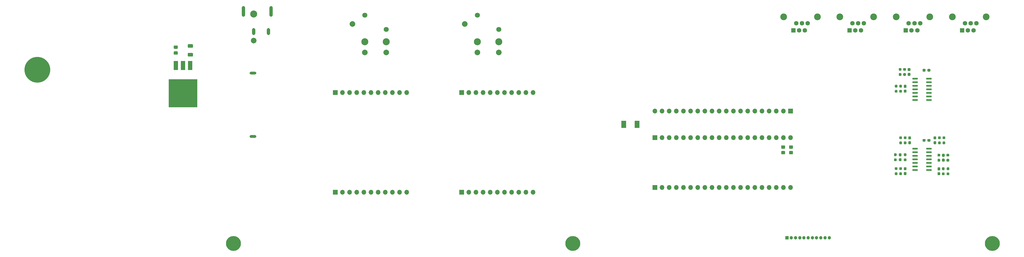
<source format=gbr>
%TF.GenerationSoftware,KiCad,Pcbnew,(5.1.10)-1*%
%TF.CreationDate,2022-05-27T13:17:46-06:00*%
%TF.ProjectId,Lift_02,4c696674-5f30-4322-9e6b-696361645f70,rev?*%
%TF.SameCoordinates,Original*%
%TF.FileFunction,Soldermask,Top*%
%TF.FilePolarity,Negative*%
%FSLAX46Y46*%
G04 Gerber Fmt 4.6, Leading zero omitted, Abs format (unit mm)*
G04 Created by KiCad (PCBNEW (5.1.10)-1) date 2022-05-27 13:17:46*
%MOMM*%
%LPD*%
G01*
G04 APERTURE LIST*
%ADD10R,1.200000X1.200000*%
%ADD11C,1.200000*%
%ADD12O,1.700000X1.700000*%
%ADD13R,1.700000X1.700000*%
%ADD14C,5.300000*%
%ADD15C,9.200000*%
%ADD16R,1.800000X2.540000*%
%ADD17R,1.511000X3.300000*%
%ADD18R,10.122000X10.020000*%
%ADD19C,1.800000*%
%ADD20C,2.000000*%
%ADD21C,2.500000*%
%ADD22C,2.400000*%
%ADD23C,1.600000*%
%ADD24R,1.600000X1.600000*%
%ADD25O,2.400000X1.000000*%
%ADD26O,1.200000X3.800000*%
%ADD27O,1.200000X2.500000*%
G04 APERTURE END LIST*
D10*
%TO.C,J7*%
X297000000Y-83000000D03*
D11*
X298500000Y-83000000D03*
X300000000Y-83000000D03*
X301500000Y-83000000D03*
X303000000Y-83000000D03*
X304500000Y-83000000D03*
X306000000Y-83000000D03*
X307500000Y-83000000D03*
X309000000Y-83000000D03*
X310500000Y-83000000D03*
X312000000Y-83000000D03*
%TD*%
%TO.C,C4*%
G36*
G01*
X346925000Y-48437500D02*
X346925000Y-47962500D01*
G75*
G02*
X347162500Y-47725000I237500J0D01*
G01*
X347762500Y-47725000D01*
G75*
G02*
X348000000Y-47962500I0J-237500D01*
G01*
X348000000Y-48437500D01*
G75*
G02*
X347762500Y-48675000I-237500J0D01*
G01*
X347162500Y-48675000D01*
G75*
G02*
X346925000Y-48437500I0J237500D01*
G01*
G37*
G36*
G01*
X345200000Y-48437500D02*
X345200000Y-47962500D01*
G75*
G02*
X345437500Y-47725000I237500J0D01*
G01*
X346037500Y-47725000D01*
G75*
G02*
X346275000Y-47962500I0J-237500D01*
G01*
X346275000Y-48437500D01*
G75*
G02*
X346037500Y-48675000I-237500J0D01*
G01*
X345437500Y-48675000D01*
G75*
G02*
X345200000Y-48437500I0J237500D01*
G01*
G37*
%TD*%
%TO.C,C3*%
G36*
G01*
X346925000Y-23437500D02*
X346925000Y-22962500D01*
G75*
G02*
X347162500Y-22725000I237500J0D01*
G01*
X347762500Y-22725000D01*
G75*
G02*
X348000000Y-22962500I0J-237500D01*
G01*
X348000000Y-23437500D01*
G75*
G02*
X347762500Y-23675000I-237500J0D01*
G01*
X347162500Y-23675000D01*
G75*
G02*
X346925000Y-23437500I0J237500D01*
G01*
G37*
G36*
G01*
X345200000Y-23437500D02*
X345200000Y-22962500D01*
G75*
G02*
X345437500Y-22725000I237500J0D01*
G01*
X346037500Y-22725000D01*
G75*
G02*
X346275000Y-22962500I0J-237500D01*
G01*
X346275000Y-23437500D01*
G75*
G02*
X346037500Y-23675000I-237500J0D01*
G01*
X345437500Y-23675000D01*
G75*
G02*
X345200000Y-23437500I0J237500D01*
G01*
G37*
%TD*%
%TO.C,R8*%
G36*
G01*
X337637500Y-47775000D02*
X337162500Y-47775000D01*
G75*
G02*
X336925000Y-47537500I0J237500D01*
G01*
X336925000Y-47037500D01*
G75*
G02*
X337162500Y-46800000I237500J0D01*
G01*
X337637500Y-46800000D01*
G75*
G02*
X337875000Y-47037500I0J-237500D01*
G01*
X337875000Y-47537500D01*
G75*
G02*
X337637500Y-47775000I-237500J0D01*
G01*
G37*
G36*
G01*
X337637500Y-49600000D02*
X337162500Y-49600000D01*
G75*
G02*
X336925000Y-49362500I0J237500D01*
G01*
X336925000Y-48862500D01*
G75*
G02*
X337162500Y-48625000I237500J0D01*
G01*
X337637500Y-48625000D01*
G75*
G02*
X337875000Y-48862500I0J-237500D01*
G01*
X337875000Y-49362500D01*
G75*
G02*
X337637500Y-49600000I-237500J0D01*
G01*
G37*
%TD*%
%TO.C,R5*%
G36*
G01*
X339237500Y-47775000D02*
X338762500Y-47775000D01*
G75*
G02*
X338525000Y-47537500I0J237500D01*
G01*
X338525000Y-47037500D01*
G75*
G02*
X338762500Y-46800000I237500J0D01*
G01*
X339237500Y-46800000D01*
G75*
G02*
X339475000Y-47037500I0J-237500D01*
G01*
X339475000Y-47537500D01*
G75*
G02*
X339237500Y-47775000I-237500J0D01*
G01*
G37*
G36*
G01*
X339237500Y-49600000D02*
X338762500Y-49600000D01*
G75*
G02*
X338525000Y-49362500I0J237500D01*
G01*
X338525000Y-48862500D01*
G75*
G02*
X338762500Y-48625000I237500J0D01*
G01*
X339237500Y-48625000D01*
G75*
G02*
X339475000Y-48862500I0J-237500D01*
G01*
X339475000Y-49362500D01*
G75*
G02*
X339237500Y-49600000I-237500J0D01*
G01*
G37*
%TD*%
%TO.C,R18*%
G36*
G01*
X352337500Y-59675000D02*
X352812500Y-59675000D01*
G75*
G02*
X353050000Y-59912500I0J-237500D01*
G01*
X353050000Y-60412500D01*
G75*
G02*
X352812500Y-60650000I-237500J0D01*
G01*
X352337500Y-60650000D01*
G75*
G02*
X352100000Y-60412500I0J237500D01*
G01*
X352100000Y-59912500D01*
G75*
G02*
X352337500Y-59675000I237500J0D01*
G01*
G37*
G36*
G01*
X352337500Y-57850000D02*
X352812500Y-57850000D01*
G75*
G02*
X353050000Y-58087500I0J-237500D01*
G01*
X353050000Y-58587500D01*
G75*
G02*
X352812500Y-58825000I-237500J0D01*
G01*
X352337500Y-58825000D01*
G75*
G02*
X352100000Y-58587500I0J237500D01*
G01*
X352100000Y-58087500D01*
G75*
G02*
X352337500Y-57850000I237500J0D01*
G01*
G37*
%TD*%
%TO.C,R17*%
G36*
G01*
X337162500Y-59637500D02*
X337637500Y-59637500D01*
G75*
G02*
X337875000Y-59875000I0J-237500D01*
G01*
X337875000Y-60375000D01*
G75*
G02*
X337637500Y-60612500I-237500J0D01*
G01*
X337162500Y-60612500D01*
G75*
G02*
X336925000Y-60375000I0J237500D01*
G01*
X336925000Y-59875000D01*
G75*
G02*
X337162500Y-59637500I237500J0D01*
G01*
G37*
G36*
G01*
X337162500Y-57812500D02*
X337637500Y-57812500D01*
G75*
G02*
X337875000Y-58050000I0J-237500D01*
G01*
X337875000Y-58550000D01*
G75*
G02*
X337637500Y-58787500I-237500J0D01*
G01*
X337162500Y-58787500D01*
G75*
G02*
X336925000Y-58550000I0J237500D01*
G01*
X336925000Y-58050000D01*
G75*
G02*
X337162500Y-57812500I237500J0D01*
G01*
G37*
%TD*%
%TO.C,R16*%
G36*
G01*
X354012500Y-59675000D02*
X354487500Y-59675000D01*
G75*
G02*
X354725000Y-59912500I0J-237500D01*
G01*
X354725000Y-60412500D01*
G75*
G02*
X354487500Y-60650000I-237500J0D01*
G01*
X354012500Y-60650000D01*
G75*
G02*
X353775000Y-60412500I0J237500D01*
G01*
X353775000Y-59912500D01*
G75*
G02*
X354012500Y-59675000I237500J0D01*
G01*
G37*
G36*
G01*
X354012500Y-57850000D02*
X354487500Y-57850000D01*
G75*
G02*
X354725000Y-58087500I0J-237500D01*
G01*
X354725000Y-58587500D01*
G75*
G02*
X354487500Y-58825000I-237500J0D01*
G01*
X354012500Y-58825000D01*
G75*
G02*
X353775000Y-58587500I0J237500D01*
G01*
X353775000Y-58087500D01*
G75*
G02*
X354012500Y-57850000I237500J0D01*
G01*
G37*
%TD*%
%TO.C,R15*%
G36*
G01*
X337162500Y-30225000D02*
X337637500Y-30225000D01*
G75*
G02*
X337875000Y-30462500I0J-237500D01*
G01*
X337875000Y-30962500D01*
G75*
G02*
X337637500Y-31200000I-237500J0D01*
G01*
X337162500Y-31200000D01*
G75*
G02*
X336925000Y-30962500I0J237500D01*
G01*
X336925000Y-30462500D01*
G75*
G02*
X337162500Y-30225000I237500J0D01*
G01*
G37*
G36*
G01*
X337162500Y-28400000D02*
X337637500Y-28400000D01*
G75*
G02*
X337875000Y-28637500I0J-237500D01*
G01*
X337875000Y-29137500D01*
G75*
G02*
X337637500Y-29375000I-237500J0D01*
G01*
X337162500Y-29375000D01*
G75*
G02*
X336925000Y-29137500I0J237500D01*
G01*
X336925000Y-28637500D01*
G75*
G02*
X337162500Y-28400000I237500J0D01*
G01*
G37*
%TD*%
%TO.C,R14*%
G36*
G01*
X335562500Y-59625000D02*
X336037500Y-59625000D01*
G75*
G02*
X336275000Y-59862500I0J-237500D01*
G01*
X336275000Y-60362500D01*
G75*
G02*
X336037500Y-60600000I-237500J0D01*
G01*
X335562500Y-60600000D01*
G75*
G02*
X335325000Y-60362500I0J237500D01*
G01*
X335325000Y-59862500D01*
G75*
G02*
X335562500Y-59625000I237500J0D01*
G01*
G37*
G36*
G01*
X335562500Y-57800000D02*
X336037500Y-57800000D01*
G75*
G02*
X336275000Y-58037500I0J-237500D01*
G01*
X336275000Y-58537500D01*
G75*
G02*
X336037500Y-58775000I-237500J0D01*
G01*
X335562500Y-58775000D01*
G75*
G02*
X335325000Y-58537500I0J237500D01*
G01*
X335325000Y-58037500D01*
G75*
G02*
X335562500Y-57800000I237500J0D01*
G01*
G37*
%TD*%
%TO.C,R13*%
G36*
G01*
X351237500Y-53975000D02*
X350762500Y-53975000D01*
G75*
G02*
X350525000Y-53737500I0J237500D01*
G01*
X350525000Y-53237500D01*
G75*
G02*
X350762500Y-53000000I237500J0D01*
G01*
X351237500Y-53000000D01*
G75*
G02*
X351475000Y-53237500I0J-237500D01*
G01*
X351475000Y-53737500D01*
G75*
G02*
X351237500Y-53975000I-237500J0D01*
G01*
G37*
G36*
G01*
X351237500Y-55800000D02*
X350762500Y-55800000D01*
G75*
G02*
X350525000Y-55562500I0J237500D01*
G01*
X350525000Y-55062500D01*
G75*
G02*
X350762500Y-54825000I237500J0D01*
G01*
X351237500Y-54825000D01*
G75*
G02*
X351475000Y-55062500I0J-237500D01*
G01*
X351475000Y-55562500D01*
G75*
G02*
X351237500Y-55800000I-237500J0D01*
G01*
G37*
%TD*%
%TO.C,R12*%
G36*
G01*
X339237500Y-53825000D02*
X338762500Y-53825000D01*
G75*
G02*
X338525000Y-53587500I0J237500D01*
G01*
X338525000Y-53087500D01*
G75*
G02*
X338762500Y-52850000I237500J0D01*
G01*
X339237500Y-52850000D01*
G75*
G02*
X339475000Y-53087500I0J-237500D01*
G01*
X339475000Y-53587500D01*
G75*
G02*
X339237500Y-53825000I-237500J0D01*
G01*
G37*
G36*
G01*
X339237500Y-55650000D02*
X338762500Y-55650000D01*
G75*
G02*
X338525000Y-55412500I0J237500D01*
G01*
X338525000Y-54912500D01*
G75*
G02*
X338762500Y-54675000I237500J0D01*
G01*
X339237500Y-54675000D01*
G75*
G02*
X339475000Y-54912500I0J-237500D01*
G01*
X339475000Y-55412500D01*
G75*
G02*
X339237500Y-55650000I-237500J0D01*
G01*
G37*
%TD*%
%TO.C,R11*%
G36*
G01*
X335562500Y-30225000D02*
X336037500Y-30225000D01*
G75*
G02*
X336275000Y-30462500I0J-237500D01*
G01*
X336275000Y-30962500D01*
G75*
G02*
X336037500Y-31200000I-237500J0D01*
G01*
X335562500Y-31200000D01*
G75*
G02*
X335325000Y-30962500I0J237500D01*
G01*
X335325000Y-30462500D01*
G75*
G02*
X335562500Y-30225000I237500J0D01*
G01*
G37*
G36*
G01*
X335562500Y-28400000D02*
X336037500Y-28400000D01*
G75*
G02*
X336275000Y-28637500I0J-237500D01*
G01*
X336275000Y-29137500D01*
G75*
G02*
X336037500Y-29375000I-237500J0D01*
G01*
X335562500Y-29375000D01*
G75*
G02*
X335325000Y-29137500I0J237500D01*
G01*
X335325000Y-28637500D01*
G75*
G02*
X335562500Y-28400000I237500J0D01*
G01*
G37*
%TD*%
%TO.C,R10*%
G36*
G01*
X354437500Y-53975000D02*
X353962500Y-53975000D01*
G75*
G02*
X353725000Y-53737500I0J237500D01*
G01*
X353725000Y-53237500D01*
G75*
G02*
X353962500Y-53000000I237500J0D01*
G01*
X354437500Y-53000000D01*
G75*
G02*
X354675000Y-53237500I0J-237500D01*
G01*
X354675000Y-53737500D01*
G75*
G02*
X354437500Y-53975000I-237500J0D01*
G01*
G37*
G36*
G01*
X354437500Y-55800000D02*
X353962500Y-55800000D01*
G75*
G02*
X353725000Y-55562500I0J237500D01*
G01*
X353725000Y-55062500D01*
G75*
G02*
X353962500Y-54825000I237500J0D01*
G01*
X354437500Y-54825000D01*
G75*
G02*
X354675000Y-55062500I0J-237500D01*
G01*
X354675000Y-55562500D01*
G75*
G02*
X354437500Y-55800000I-237500J0D01*
G01*
G37*
%TD*%
%TO.C,R9*%
G36*
G01*
X335737500Y-53825000D02*
X335262500Y-53825000D01*
G75*
G02*
X335025000Y-53587500I0J237500D01*
G01*
X335025000Y-53087500D01*
G75*
G02*
X335262500Y-52850000I237500J0D01*
G01*
X335737500Y-52850000D01*
G75*
G02*
X335975000Y-53087500I0J-237500D01*
G01*
X335975000Y-53587500D01*
G75*
G02*
X335737500Y-53825000I-237500J0D01*
G01*
G37*
G36*
G01*
X335737500Y-55650000D02*
X335262500Y-55650000D01*
G75*
G02*
X335025000Y-55412500I0J237500D01*
G01*
X335025000Y-54912500D01*
G75*
G02*
X335262500Y-54675000I237500J0D01*
G01*
X335737500Y-54675000D01*
G75*
G02*
X335975000Y-54912500I0J-237500D01*
G01*
X335975000Y-55412500D01*
G75*
G02*
X335737500Y-55650000I-237500J0D01*
G01*
G37*
%TD*%
%TO.C,R7*%
G36*
G01*
X339037500Y-23375000D02*
X338562500Y-23375000D01*
G75*
G02*
X338325000Y-23137500I0J237500D01*
G01*
X338325000Y-22637500D01*
G75*
G02*
X338562500Y-22400000I237500J0D01*
G01*
X339037500Y-22400000D01*
G75*
G02*
X339275000Y-22637500I0J-237500D01*
G01*
X339275000Y-23137500D01*
G75*
G02*
X339037500Y-23375000I-237500J0D01*
G01*
G37*
G36*
G01*
X339037500Y-25200000D02*
X338562500Y-25200000D01*
G75*
G02*
X338325000Y-24962500I0J237500D01*
G01*
X338325000Y-24462500D01*
G75*
G02*
X338562500Y-24225000I237500J0D01*
G01*
X339037500Y-24225000D01*
G75*
G02*
X339275000Y-24462500I0J-237500D01*
G01*
X339275000Y-24962500D01*
G75*
G02*
X339037500Y-25200000I-237500J0D01*
G01*
G37*
%TD*%
%TO.C,R6*%
G36*
G01*
X351437500Y-47775000D02*
X350962500Y-47775000D01*
G75*
G02*
X350725000Y-47537500I0J237500D01*
G01*
X350725000Y-47037500D01*
G75*
G02*
X350962500Y-46800000I237500J0D01*
G01*
X351437500Y-46800000D01*
G75*
G02*
X351675000Y-47037500I0J-237500D01*
G01*
X351675000Y-47537500D01*
G75*
G02*
X351437500Y-47775000I-237500J0D01*
G01*
G37*
G36*
G01*
X351437500Y-49600000D02*
X350962500Y-49600000D01*
G75*
G02*
X350725000Y-49362500I0J237500D01*
G01*
X350725000Y-48862500D01*
G75*
G02*
X350962500Y-48625000I237500J0D01*
G01*
X351437500Y-48625000D01*
G75*
G02*
X351675000Y-48862500I0J-237500D01*
G01*
X351675000Y-49362500D01*
G75*
G02*
X351437500Y-49600000I-237500J0D01*
G01*
G37*
%TD*%
%TO.C,R4*%
G36*
G01*
X337437500Y-23375000D02*
X336962500Y-23375000D01*
G75*
G02*
X336725000Y-23137500I0J237500D01*
G01*
X336725000Y-22637500D01*
G75*
G02*
X336962500Y-22400000I237500J0D01*
G01*
X337437500Y-22400000D01*
G75*
G02*
X337675000Y-22637500I0J-237500D01*
G01*
X337675000Y-23137500D01*
G75*
G02*
X337437500Y-23375000I-237500J0D01*
G01*
G37*
G36*
G01*
X337437500Y-25200000D02*
X336962500Y-25200000D01*
G75*
G02*
X336725000Y-24962500I0J237500D01*
G01*
X336725000Y-24462500D01*
G75*
G02*
X336962500Y-24225000I237500J0D01*
G01*
X337437500Y-24225000D01*
G75*
G02*
X337675000Y-24462500I0J-237500D01*
G01*
X337675000Y-24962500D01*
G75*
G02*
X337437500Y-25200000I-237500J0D01*
G01*
G37*
%TD*%
%TO.C,R3*%
G36*
G01*
X353037500Y-47775000D02*
X352562500Y-47775000D01*
G75*
G02*
X352325000Y-47537500I0J237500D01*
G01*
X352325000Y-47037500D01*
G75*
G02*
X352562500Y-46800000I237500J0D01*
G01*
X353037500Y-46800000D01*
G75*
G02*
X353275000Y-47037500I0J-237500D01*
G01*
X353275000Y-47537500D01*
G75*
G02*
X353037500Y-47775000I-237500J0D01*
G01*
G37*
G36*
G01*
X353037500Y-49600000D02*
X352562500Y-49600000D01*
G75*
G02*
X352325000Y-49362500I0J237500D01*
G01*
X352325000Y-48862500D01*
G75*
G02*
X352562500Y-48625000I237500J0D01*
G01*
X353037500Y-48625000D01*
G75*
G02*
X353275000Y-48862500I0J-237500D01*
G01*
X353275000Y-49362500D01*
G75*
G02*
X353037500Y-49600000I-237500J0D01*
G01*
G37*
%TD*%
%TO.C,C12*%
G36*
G01*
X350762500Y-59575000D02*
X351237500Y-59575000D01*
G75*
G02*
X351475000Y-59812500I0J-237500D01*
G01*
X351475000Y-60412500D01*
G75*
G02*
X351237500Y-60650000I-237500J0D01*
G01*
X350762500Y-60650000D01*
G75*
G02*
X350525000Y-60412500I0J237500D01*
G01*
X350525000Y-59812500D01*
G75*
G02*
X350762500Y-59575000I237500J0D01*
G01*
G37*
G36*
G01*
X350762500Y-57850000D02*
X351237500Y-57850000D01*
G75*
G02*
X351475000Y-58087500I0J-237500D01*
G01*
X351475000Y-58687500D01*
G75*
G02*
X351237500Y-58925000I-237500J0D01*
G01*
X350762500Y-58925000D01*
G75*
G02*
X350525000Y-58687500I0J237500D01*
G01*
X350525000Y-58087500D01*
G75*
G02*
X350762500Y-57850000I237500J0D01*
G01*
G37*
%TD*%
%TO.C,C11*%
G36*
G01*
X338762500Y-59525000D02*
X339237500Y-59525000D01*
G75*
G02*
X339475000Y-59762500I0J-237500D01*
G01*
X339475000Y-60362500D01*
G75*
G02*
X339237500Y-60600000I-237500J0D01*
G01*
X338762500Y-60600000D01*
G75*
G02*
X338525000Y-60362500I0J237500D01*
G01*
X338525000Y-59762500D01*
G75*
G02*
X338762500Y-59525000I237500J0D01*
G01*
G37*
G36*
G01*
X338762500Y-57800000D02*
X339237500Y-57800000D01*
G75*
G02*
X339475000Y-58037500I0J-237500D01*
G01*
X339475000Y-58637500D01*
G75*
G02*
X339237500Y-58875000I-237500J0D01*
G01*
X338762500Y-58875000D01*
G75*
G02*
X338525000Y-58637500I0J237500D01*
G01*
X338525000Y-58037500D01*
G75*
G02*
X338762500Y-57800000I237500J0D01*
G01*
G37*
%TD*%
%TO.C,C10*%
G36*
G01*
X338762500Y-30125000D02*
X339237500Y-30125000D01*
G75*
G02*
X339475000Y-30362500I0J-237500D01*
G01*
X339475000Y-30962500D01*
G75*
G02*
X339237500Y-31200000I-237500J0D01*
G01*
X338762500Y-31200000D01*
G75*
G02*
X338525000Y-30962500I0J237500D01*
G01*
X338525000Y-30362500D01*
G75*
G02*
X338762500Y-30125000I237500J0D01*
G01*
G37*
G36*
G01*
X338762500Y-28400000D02*
X339237500Y-28400000D01*
G75*
G02*
X339475000Y-28637500I0J-237500D01*
G01*
X339475000Y-29237500D01*
G75*
G02*
X339237500Y-29475000I-237500J0D01*
G01*
X338762500Y-29475000D01*
G75*
G02*
X338525000Y-29237500I0J237500D01*
G01*
X338525000Y-28637500D01*
G75*
G02*
X338762500Y-28400000I237500J0D01*
G01*
G37*
%TD*%
%TO.C,C9*%
G36*
G01*
X352362500Y-54725000D02*
X352837500Y-54725000D01*
G75*
G02*
X353075000Y-54962500I0J-237500D01*
G01*
X353075000Y-55562500D01*
G75*
G02*
X352837500Y-55800000I-237500J0D01*
G01*
X352362500Y-55800000D01*
G75*
G02*
X352125000Y-55562500I0J237500D01*
G01*
X352125000Y-54962500D01*
G75*
G02*
X352362500Y-54725000I237500J0D01*
G01*
G37*
G36*
G01*
X352362500Y-53000000D02*
X352837500Y-53000000D01*
G75*
G02*
X353075000Y-53237500I0J-237500D01*
G01*
X353075000Y-53837500D01*
G75*
G02*
X352837500Y-54075000I-237500J0D01*
G01*
X352362500Y-54075000D01*
G75*
G02*
X352125000Y-53837500I0J237500D01*
G01*
X352125000Y-53237500D01*
G75*
G02*
X352362500Y-53000000I237500J0D01*
G01*
G37*
%TD*%
%TO.C,C8*%
G36*
G01*
X337012500Y-54575000D02*
X337487500Y-54575000D01*
G75*
G02*
X337725000Y-54812500I0J-237500D01*
G01*
X337725000Y-55412500D01*
G75*
G02*
X337487500Y-55650000I-237500J0D01*
G01*
X337012500Y-55650000D01*
G75*
G02*
X336775000Y-55412500I0J237500D01*
G01*
X336775000Y-54812500D01*
G75*
G02*
X337012500Y-54575000I237500J0D01*
G01*
G37*
G36*
G01*
X337012500Y-52850000D02*
X337487500Y-52850000D01*
G75*
G02*
X337725000Y-53087500I0J-237500D01*
G01*
X337725000Y-53687500D01*
G75*
G02*
X337487500Y-53925000I-237500J0D01*
G01*
X337012500Y-53925000D01*
G75*
G02*
X336775000Y-53687500I0J237500D01*
G01*
X336775000Y-53087500D01*
G75*
G02*
X337012500Y-52850000I237500J0D01*
G01*
G37*
%TD*%
%TO.C,C7*%
G36*
G01*
X340637500Y-23475000D02*
X340162500Y-23475000D01*
G75*
G02*
X339925000Y-23237500I0J237500D01*
G01*
X339925000Y-22637500D01*
G75*
G02*
X340162500Y-22400000I237500J0D01*
G01*
X340637500Y-22400000D01*
G75*
G02*
X340875000Y-22637500I0J-237500D01*
G01*
X340875000Y-23237500D01*
G75*
G02*
X340637500Y-23475000I-237500J0D01*
G01*
G37*
G36*
G01*
X340637500Y-25200000D02*
X340162500Y-25200000D01*
G75*
G02*
X339925000Y-24962500I0J237500D01*
G01*
X339925000Y-24362500D01*
G75*
G02*
X340162500Y-24125000I237500J0D01*
G01*
X340637500Y-24125000D01*
G75*
G02*
X340875000Y-24362500I0J-237500D01*
G01*
X340875000Y-24962500D01*
G75*
G02*
X340637500Y-25200000I-237500J0D01*
G01*
G37*
%TD*%
%TO.C,C6*%
G36*
G01*
X349837500Y-47875000D02*
X349362500Y-47875000D01*
G75*
G02*
X349125000Y-47637500I0J237500D01*
G01*
X349125000Y-47037500D01*
G75*
G02*
X349362500Y-46800000I237500J0D01*
G01*
X349837500Y-46800000D01*
G75*
G02*
X350075000Y-47037500I0J-237500D01*
G01*
X350075000Y-47637500D01*
G75*
G02*
X349837500Y-47875000I-237500J0D01*
G01*
G37*
G36*
G01*
X349837500Y-49600000D02*
X349362500Y-49600000D01*
G75*
G02*
X349125000Y-49362500I0J237500D01*
G01*
X349125000Y-48762500D01*
G75*
G02*
X349362500Y-48525000I237500J0D01*
G01*
X349837500Y-48525000D01*
G75*
G02*
X350075000Y-48762500I0J-237500D01*
G01*
X350075000Y-49362500D01*
G75*
G02*
X349837500Y-49600000I-237500J0D01*
G01*
G37*
%TD*%
%TO.C,C5*%
G36*
G01*
X340837500Y-47875000D02*
X340362500Y-47875000D01*
G75*
G02*
X340125000Y-47637500I0J237500D01*
G01*
X340125000Y-47037500D01*
G75*
G02*
X340362500Y-46800000I237500J0D01*
G01*
X340837500Y-46800000D01*
G75*
G02*
X341075000Y-47037500I0J-237500D01*
G01*
X341075000Y-47637500D01*
G75*
G02*
X340837500Y-47875000I-237500J0D01*
G01*
G37*
G36*
G01*
X340837500Y-49600000D02*
X340362500Y-49600000D01*
G75*
G02*
X340125000Y-49362500I0J237500D01*
G01*
X340125000Y-48762500D01*
G75*
G02*
X340362500Y-48525000I237500J0D01*
G01*
X340837500Y-48525000D01*
G75*
G02*
X341075000Y-48762500I0J-237500D01*
G01*
X341075000Y-49362500D01*
G75*
G02*
X340837500Y-49600000I-237500J0D01*
G01*
G37*
%TD*%
D12*
%TO.C,J14*%
X206650000Y-31190000D03*
X204110000Y-31190000D03*
X201570000Y-31190000D03*
X199030000Y-31190000D03*
X196490000Y-31190000D03*
X193950000Y-31190000D03*
X191410000Y-31190000D03*
X188870000Y-31190000D03*
X186330000Y-31190000D03*
X183790000Y-31190000D03*
D13*
X181250000Y-31190000D03*
%TD*%
D12*
%TO.C,J13*%
X206650000Y-66750000D03*
X204110000Y-66750000D03*
X201570000Y-66750000D03*
X199030000Y-66750000D03*
X196490000Y-66750000D03*
X193950000Y-66750000D03*
X191410000Y-66750000D03*
X188870000Y-66750000D03*
X186330000Y-66750000D03*
X183790000Y-66750000D03*
D13*
X181250000Y-66750000D03*
%TD*%
D12*
%TO.C,J10*%
X161650000Y-31190000D03*
X159110000Y-31190000D03*
X156570000Y-31190000D03*
X154030000Y-31190000D03*
X151490000Y-31190000D03*
X148950000Y-31190000D03*
X146410000Y-31190000D03*
X143870000Y-31190000D03*
X141330000Y-31190000D03*
X138790000Y-31190000D03*
D13*
X136250000Y-31190000D03*
%TD*%
D12*
%TO.C,J8*%
X161650000Y-66750000D03*
X159110000Y-66750000D03*
X156570000Y-66750000D03*
X154030000Y-66750000D03*
X151490000Y-66750000D03*
X148950000Y-66750000D03*
X146410000Y-66750000D03*
X143870000Y-66750000D03*
X141330000Y-66750000D03*
X138790000Y-66750000D03*
D13*
X136250000Y-66750000D03*
%TD*%
D14*
%TO.C,MH4*%
X100000000Y-85000000D03*
%TD*%
%TO.C,MH3*%
X220750000Y-85000000D03*
%TD*%
%TO.C,MH2*%
X370000000Y-85000000D03*
%TD*%
D15*
%TO.C,MH1*%
X30250000Y-23000000D03*
%TD*%
%TO.C,U2*%
G36*
G01*
X346500000Y-51340000D02*
X346500000Y-51040000D01*
G75*
G02*
X346650000Y-50890000I150000J0D01*
G01*
X348300000Y-50890000D01*
G75*
G02*
X348450000Y-51040000I0J-150000D01*
G01*
X348450000Y-51340000D01*
G75*
G02*
X348300000Y-51490000I-150000J0D01*
G01*
X346650000Y-51490000D01*
G75*
G02*
X346500000Y-51340000I0J150000D01*
G01*
G37*
G36*
G01*
X346500000Y-52610000D02*
X346500000Y-52310000D01*
G75*
G02*
X346650000Y-52160000I150000J0D01*
G01*
X348300000Y-52160000D01*
G75*
G02*
X348450000Y-52310000I0J-150000D01*
G01*
X348450000Y-52610000D01*
G75*
G02*
X348300000Y-52760000I-150000J0D01*
G01*
X346650000Y-52760000D01*
G75*
G02*
X346500000Y-52610000I0J150000D01*
G01*
G37*
G36*
G01*
X346500000Y-53880000D02*
X346500000Y-53580000D01*
G75*
G02*
X346650000Y-53430000I150000J0D01*
G01*
X348300000Y-53430000D01*
G75*
G02*
X348450000Y-53580000I0J-150000D01*
G01*
X348450000Y-53880000D01*
G75*
G02*
X348300000Y-54030000I-150000J0D01*
G01*
X346650000Y-54030000D01*
G75*
G02*
X346500000Y-53880000I0J150000D01*
G01*
G37*
G36*
G01*
X346500000Y-55150000D02*
X346500000Y-54850000D01*
G75*
G02*
X346650000Y-54700000I150000J0D01*
G01*
X348300000Y-54700000D01*
G75*
G02*
X348450000Y-54850000I0J-150000D01*
G01*
X348450000Y-55150000D01*
G75*
G02*
X348300000Y-55300000I-150000J0D01*
G01*
X346650000Y-55300000D01*
G75*
G02*
X346500000Y-55150000I0J150000D01*
G01*
G37*
G36*
G01*
X346500000Y-56420000D02*
X346500000Y-56120000D01*
G75*
G02*
X346650000Y-55970000I150000J0D01*
G01*
X348300000Y-55970000D01*
G75*
G02*
X348450000Y-56120000I0J-150000D01*
G01*
X348450000Y-56420000D01*
G75*
G02*
X348300000Y-56570000I-150000J0D01*
G01*
X346650000Y-56570000D01*
G75*
G02*
X346500000Y-56420000I0J150000D01*
G01*
G37*
G36*
G01*
X346500000Y-57690000D02*
X346500000Y-57390000D01*
G75*
G02*
X346650000Y-57240000I150000J0D01*
G01*
X348300000Y-57240000D01*
G75*
G02*
X348450000Y-57390000I0J-150000D01*
G01*
X348450000Y-57690000D01*
G75*
G02*
X348300000Y-57840000I-150000J0D01*
G01*
X346650000Y-57840000D01*
G75*
G02*
X346500000Y-57690000I0J150000D01*
G01*
G37*
G36*
G01*
X346500000Y-58960000D02*
X346500000Y-58660000D01*
G75*
G02*
X346650000Y-58510000I150000J0D01*
G01*
X348300000Y-58510000D01*
G75*
G02*
X348450000Y-58660000I0J-150000D01*
G01*
X348450000Y-58960000D01*
G75*
G02*
X348300000Y-59110000I-150000J0D01*
G01*
X346650000Y-59110000D01*
G75*
G02*
X346500000Y-58960000I0J150000D01*
G01*
G37*
G36*
G01*
X341550000Y-58960000D02*
X341550000Y-58660000D01*
G75*
G02*
X341700000Y-58510000I150000J0D01*
G01*
X343350000Y-58510000D01*
G75*
G02*
X343500000Y-58660000I0J-150000D01*
G01*
X343500000Y-58960000D01*
G75*
G02*
X343350000Y-59110000I-150000J0D01*
G01*
X341700000Y-59110000D01*
G75*
G02*
X341550000Y-58960000I0J150000D01*
G01*
G37*
G36*
G01*
X341550000Y-57690000D02*
X341550000Y-57390000D01*
G75*
G02*
X341700000Y-57240000I150000J0D01*
G01*
X343350000Y-57240000D01*
G75*
G02*
X343500000Y-57390000I0J-150000D01*
G01*
X343500000Y-57690000D01*
G75*
G02*
X343350000Y-57840000I-150000J0D01*
G01*
X341700000Y-57840000D01*
G75*
G02*
X341550000Y-57690000I0J150000D01*
G01*
G37*
G36*
G01*
X341550000Y-56420000D02*
X341550000Y-56120000D01*
G75*
G02*
X341700000Y-55970000I150000J0D01*
G01*
X343350000Y-55970000D01*
G75*
G02*
X343500000Y-56120000I0J-150000D01*
G01*
X343500000Y-56420000D01*
G75*
G02*
X343350000Y-56570000I-150000J0D01*
G01*
X341700000Y-56570000D01*
G75*
G02*
X341550000Y-56420000I0J150000D01*
G01*
G37*
G36*
G01*
X341550000Y-55150000D02*
X341550000Y-54850000D01*
G75*
G02*
X341700000Y-54700000I150000J0D01*
G01*
X343350000Y-54700000D01*
G75*
G02*
X343500000Y-54850000I0J-150000D01*
G01*
X343500000Y-55150000D01*
G75*
G02*
X343350000Y-55300000I-150000J0D01*
G01*
X341700000Y-55300000D01*
G75*
G02*
X341550000Y-55150000I0J150000D01*
G01*
G37*
G36*
G01*
X341550000Y-53880000D02*
X341550000Y-53580000D01*
G75*
G02*
X341700000Y-53430000I150000J0D01*
G01*
X343350000Y-53430000D01*
G75*
G02*
X343500000Y-53580000I0J-150000D01*
G01*
X343500000Y-53880000D01*
G75*
G02*
X343350000Y-54030000I-150000J0D01*
G01*
X341700000Y-54030000D01*
G75*
G02*
X341550000Y-53880000I0J150000D01*
G01*
G37*
G36*
G01*
X341550000Y-52610000D02*
X341550000Y-52310000D01*
G75*
G02*
X341700000Y-52160000I150000J0D01*
G01*
X343350000Y-52160000D01*
G75*
G02*
X343500000Y-52310000I0J-150000D01*
G01*
X343500000Y-52610000D01*
G75*
G02*
X343350000Y-52760000I-150000J0D01*
G01*
X341700000Y-52760000D01*
G75*
G02*
X341550000Y-52610000I0J150000D01*
G01*
G37*
G36*
G01*
X341550000Y-51340000D02*
X341550000Y-51040000D01*
G75*
G02*
X341700000Y-50890000I150000J0D01*
G01*
X343350000Y-50890000D01*
G75*
G02*
X343500000Y-51040000I0J-150000D01*
G01*
X343500000Y-51340000D01*
G75*
G02*
X343350000Y-51490000I-150000J0D01*
G01*
X341700000Y-51490000D01*
G75*
G02*
X341550000Y-51340000I0J150000D01*
G01*
G37*
%TD*%
%TO.C,U3*%
G36*
G01*
X346500000Y-26340000D02*
X346500000Y-26040000D01*
G75*
G02*
X346650000Y-25890000I150000J0D01*
G01*
X348300000Y-25890000D01*
G75*
G02*
X348450000Y-26040000I0J-150000D01*
G01*
X348450000Y-26340000D01*
G75*
G02*
X348300000Y-26490000I-150000J0D01*
G01*
X346650000Y-26490000D01*
G75*
G02*
X346500000Y-26340000I0J150000D01*
G01*
G37*
G36*
G01*
X346500000Y-27610000D02*
X346500000Y-27310000D01*
G75*
G02*
X346650000Y-27160000I150000J0D01*
G01*
X348300000Y-27160000D01*
G75*
G02*
X348450000Y-27310000I0J-150000D01*
G01*
X348450000Y-27610000D01*
G75*
G02*
X348300000Y-27760000I-150000J0D01*
G01*
X346650000Y-27760000D01*
G75*
G02*
X346500000Y-27610000I0J150000D01*
G01*
G37*
G36*
G01*
X346500000Y-28880000D02*
X346500000Y-28580000D01*
G75*
G02*
X346650000Y-28430000I150000J0D01*
G01*
X348300000Y-28430000D01*
G75*
G02*
X348450000Y-28580000I0J-150000D01*
G01*
X348450000Y-28880000D01*
G75*
G02*
X348300000Y-29030000I-150000J0D01*
G01*
X346650000Y-29030000D01*
G75*
G02*
X346500000Y-28880000I0J150000D01*
G01*
G37*
G36*
G01*
X346500000Y-30150000D02*
X346500000Y-29850000D01*
G75*
G02*
X346650000Y-29700000I150000J0D01*
G01*
X348300000Y-29700000D01*
G75*
G02*
X348450000Y-29850000I0J-150000D01*
G01*
X348450000Y-30150000D01*
G75*
G02*
X348300000Y-30300000I-150000J0D01*
G01*
X346650000Y-30300000D01*
G75*
G02*
X346500000Y-30150000I0J150000D01*
G01*
G37*
G36*
G01*
X346500000Y-31420000D02*
X346500000Y-31120000D01*
G75*
G02*
X346650000Y-30970000I150000J0D01*
G01*
X348300000Y-30970000D01*
G75*
G02*
X348450000Y-31120000I0J-150000D01*
G01*
X348450000Y-31420000D01*
G75*
G02*
X348300000Y-31570000I-150000J0D01*
G01*
X346650000Y-31570000D01*
G75*
G02*
X346500000Y-31420000I0J150000D01*
G01*
G37*
G36*
G01*
X346500000Y-32690000D02*
X346500000Y-32390000D01*
G75*
G02*
X346650000Y-32240000I150000J0D01*
G01*
X348300000Y-32240000D01*
G75*
G02*
X348450000Y-32390000I0J-150000D01*
G01*
X348450000Y-32690000D01*
G75*
G02*
X348300000Y-32840000I-150000J0D01*
G01*
X346650000Y-32840000D01*
G75*
G02*
X346500000Y-32690000I0J150000D01*
G01*
G37*
G36*
G01*
X346500000Y-33960000D02*
X346500000Y-33660000D01*
G75*
G02*
X346650000Y-33510000I150000J0D01*
G01*
X348300000Y-33510000D01*
G75*
G02*
X348450000Y-33660000I0J-150000D01*
G01*
X348450000Y-33960000D01*
G75*
G02*
X348300000Y-34110000I-150000J0D01*
G01*
X346650000Y-34110000D01*
G75*
G02*
X346500000Y-33960000I0J150000D01*
G01*
G37*
G36*
G01*
X341550000Y-33960000D02*
X341550000Y-33660000D01*
G75*
G02*
X341700000Y-33510000I150000J0D01*
G01*
X343350000Y-33510000D01*
G75*
G02*
X343500000Y-33660000I0J-150000D01*
G01*
X343500000Y-33960000D01*
G75*
G02*
X343350000Y-34110000I-150000J0D01*
G01*
X341700000Y-34110000D01*
G75*
G02*
X341550000Y-33960000I0J150000D01*
G01*
G37*
G36*
G01*
X341550000Y-32690000D02*
X341550000Y-32390000D01*
G75*
G02*
X341700000Y-32240000I150000J0D01*
G01*
X343350000Y-32240000D01*
G75*
G02*
X343500000Y-32390000I0J-150000D01*
G01*
X343500000Y-32690000D01*
G75*
G02*
X343350000Y-32840000I-150000J0D01*
G01*
X341700000Y-32840000D01*
G75*
G02*
X341550000Y-32690000I0J150000D01*
G01*
G37*
G36*
G01*
X341550000Y-31420000D02*
X341550000Y-31120000D01*
G75*
G02*
X341700000Y-30970000I150000J0D01*
G01*
X343350000Y-30970000D01*
G75*
G02*
X343500000Y-31120000I0J-150000D01*
G01*
X343500000Y-31420000D01*
G75*
G02*
X343350000Y-31570000I-150000J0D01*
G01*
X341700000Y-31570000D01*
G75*
G02*
X341550000Y-31420000I0J150000D01*
G01*
G37*
G36*
G01*
X341550000Y-30150000D02*
X341550000Y-29850000D01*
G75*
G02*
X341700000Y-29700000I150000J0D01*
G01*
X343350000Y-29700000D01*
G75*
G02*
X343500000Y-29850000I0J-150000D01*
G01*
X343500000Y-30150000D01*
G75*
G02*
X343350000Y-30300000I-150000J0D01*
G01*
X341700000Y-30300000D01*
G75*
G02*
X341550000Y-30150000I0J150000D01*
G01*
G37*
G36*
G01*
X341550000Y-28880000D02*
X341550000Y-28580000D01*
G75*
G02*
X341700000Y-28430000I150000J0D01*
G01*
X343350000Y-28430000D01*
G75*
G02*
X343500000Y-28580000I0J-150000D01*
G01*
X343500000Y-28880000D01*
G75*
G02*
X343350000Y-29030000I-150000J0D01*
G01*
X341700000Y-29030000D01*
G75*
G02*
X341550000Y-28880000I0J150000D01*
G01*
G37*
G36*
G01*
X341550000Y-27610000D02*
X341550000Y-27310000D01*
G75*
G02*
X341700000Y-27160000I150000J0D01*
G01*
X343350000Y-27160000D01*
G75*
G02*
X343500000Y-27310000I0J-150000D01*
G01*
X343500000Y-27610000D01*
G75*
G02*
X343350000Y-27760000I-150000J0D01*
G01*
X341700000Y-27760000D01*
G75*
G02*
X341550000Y-27610000I0J150000D01*
G01*
G37*
G36*
G01*
X341550000Y-26340000D02*
X341550000Y-26040000D01*
G75*
G02*
X341700000Y-25890000I150000J0D01*
G01*
X343350000Y-25890000D01*
G75*
G02*
X343500000Y-26040000I0J-150000D01*
G01*
X343500000Y-26340000D01*
G75*
G02*
X343350000Y-26490000I-150000J0D01*
G01*
X341700000Y-26490000D01*
G75*
G02*
X341550000Y-26340000I0J150000D01*
G01*
G37*
%TD*%
D16*
%TO.C,D1*%
X238850000Y-42500000D03*
X243650000Y-42500000D03*
%TD*%
D17*
%TO.C,U1*%
X82100000Y-21548000D03*
X84640000Y-21548000D03*
X79560000Y-21548000D03*
D18*
X82100000Y-31452000D03*
%TD*%
%TO.C,R2*%
G36*
G01*
X295149999Y-52000000D02*
X296050001Y-52000000D01*
G75*
G02*
X296300000Y-52249999I0J-249999D01*
G01*
X296300000Y-52950001D01*
G75*
G02*
X296050001Y-53200000I-249999J0D01*
G01*
X295149999Y-53200000D01*
G75*
G02*
X294900000Y-52950001I0J249999D01*
G01*
X294900000Y-52249999D01*
G75*
G02*
X295149999Y-52000000I249999J0D01*
G01*
G37*
G36*
G01*
X295149999Y-50000000D02*
X296050001Y-50000000D01*
G75*
G02*
X296300000Y-50249999I0J-249999D01*
G01*
X296300000Y-50950001D01*
G75*
G02*
X296050001Y-51200000I-249999J0D01*
G01*
X295149999Y-51200000D01*
G75*
G02*
X294900000Y-50950001I0J249999D01*
G01*
X294900000Y-50249999D01*
G75*
G02*
X295149999Y-50000000I249999J0D01*
G01*
G37*
%TD*%
%TO.C,R1*%
G36*
G01*
X297949999Y-52000000D02*
X298850001Y-52000000D01*
G75*
G02*
X299100000Y-52249999I0J-249999D01*
G01*
X299100000Y-52950001D01*
G75*
G02*
X298850001Y-53200000I-249999J0D01*
G01*
X297949999Y-53200000D01*
G75*
G02*
X297700000Y-52950001I0J249999D01*
G01*
X297700000Y-52249999D01*
G75*
G02*
X297949999Y-52000000I249999J0D01*
G01*
G37*
G36*
G01*
X297949999Y-50000000D02*
X298850001Y-50000000D01*
G75*
G02*
X299100000Y-50249999I0J-249999D01*
G01*
X299100000Y-50950001D01*
G75*
G02*
X298850001Y-51200000I-249999J0D01*
G01*
X297949999Y-51200000D01*
G75*
G02*
X297700000Y-50950001I0J249999D01*
G01*
X297700000Y-50249999D01*
G75*
G02*
X297949999Y-50000000I249999J0D01*
G01*
G37*
%TD*%
D19*
%TO.C,PS2*%
X194430000Y-8625000D03*
X186810000Y-3545000D03*
D20*
X182370000Y-6715000D03*
X194430000Y-16885000D03*
D21*
X194430000Y-13070000D03*
X186810000Y-13070000D03*
D20*
X186810000Y-16885000D03*
%TD*%
D19*
%TO.C,PS1*%
X154430000Y-8625000D03*
X146810000Y-3545000D03*
D20*
X142370000Y-6715000D03*
X154430000Y-16885000D03*
D21*
X154430000Y-13070000D03*
X146810000Y-13070000D03*
D20*
X146810000Y-16885000D03*
%TD*%
D12*
%TO.C,J12*%
X249990000Y-37750000D03*
X252530000Y-37750000D03*
X255070000Y-37750000D03*
X257610000Y-37750000D03*
X260150000Y-37750000D03*
X262690000Y-37750000D03*
X265230000Y-37750000D03*
X267770000Y-37750000D03*
X270310000Y-37750000D03*
X272850000Y-37750000D03*
X275390000Y-37750000D03*
X277930000Y-37750000D03*
X280470000Y-37750000D03*
X283010000Y-37750000D03*
X285550000Y-37750000D03*
X288090000Y-37750000D03*
X290630000Y-37750000D03*
X293170000Y-37750000D03*
X295710000Y-37750000D03*
D13*
X298250000Y-37750000D03*
%TD*%
D22*
%TO.C,J6*%
X367800000Y-4130000D03*
X355800000Y-4130000D03*
D23*
X362310000Y-6430000D03*
X361290000Y-8970000D03*
X360270000Y-6430000D03*
D24*
X359250000Y-8970000D03*
D23*
X364350000Y-6430000D03*
X363330000Y-8970000D03*
%TD*%
D22*
%TO.C,J5*%
X347800000Y-4130000D03*
X335800000Y-4130000D03*
D23*
X342310000Y-6430000D03*
X341290000Y-8970000D03*
X340270000Y-6430000D03*
D24*
X339250000Y-8970000D03*
D23*
X344350000Y-6430000D03*
X343330000Y-8970000D03*
%TD*%
D12*
%TO.C,J4*%
X298260000Y-47220000D03*
X295720000Y-47220000D03*
X293180000Y-47220000D03*
X290640000Y-47220000D03*
X288100000Y-47220000D03*
X285560000Y-47220000D03*
X283020000Y-47220000D03*
X280480000Y-47220000D03*
X277940000Y-47220000D03*
X275400000Y-47220000D03*
X272860000Y-47220000D03*
X270320000Y-47220000D03*
X267780000Y-47220000D03*
X265240000Y-47220000D03*
X262700000Y-47220000D03*
X260160000Y-47220000D03*
X257620000Y-47220000D03*
X255080000Y-47220000D03*
X252540000Y-47220000D03*
D13*
X250000000Y-47220000D03*
%TD*%
D12*
%TO.C,J3*%
X298260000Y-65000000D03*
X295720000Y-65000000D03*
X293180000Y-65000000D03*
X290640000Y-65000000D03*
X288100000Y-65000000D03*
X285560000Y-65000000D03*
X283020000Y-65000000D03*
X280480000Y-65000000D03*
X277940000Y-65000000D03*
X275400000Y-65000000D03*
X272860000Y-65000000D03*
X270320000Y-65000000D03*
X267780000Y-65000000D03*
X265240000Y-65000000D03*
X262700000Y-65000000D03*
X260160000Y-65000000D03*
X257620000Y-65000000D03*
X255080000Y-65000000D03*
X252540000Y-65000000D03*
D13*
X250000000Y-65000000D03*
%TD*%
D22*
%TO.C,J2*%
X327800000Y-4130000D03*
X315800000Y-4130000D03*
D23*
X322310000Y-6430000D03*
X321290000Y-8970000D03*
X320270000Y-6430000D03*
D24*
X319250000Y-8970000D03*
D23*
X324350000Y-6430000D03*
X323330000Y-8970000D03*
%TD*%
D22*
%TO.C,J1*%
X307800000Y-4130000D03*
X295800000Y-4130000D03*
D23*
X302310000Y-6430000D03*
X301290000Y-8970000D03*
X300270000Y-6430000D03*
D24*
X299250000Y-8970000D03*
D23*
X304350000Y-6430000D03*
X303330000Y-8970000D03*
%TD*%
D25*
%TO.C,F1*%
X107000000Y-24187000D03*
X107000000Y-46813000D03*
%TD*%
D21*
%TO.C,DC1*%
X107270000Y-3125000D03*
D26*
X113400000Y-2175000D03*
X103550000Y-2175000D03*
D20*
X107270000Y-12625000D03*
D27*
X112470000Y-9375000D03*
X107270000Y-9375000D03*
%TD*%
%TO.C,C2*%
G36*
G01*
X79975000Y-15550000D02*
X79025000Y-15550000D01*
G75*
G02*
X78775000Y-15300000I0J250000D01*
G01*
X78775000Y-14625000D01*
G75*
G02*
X79025000Y-14375000I250000J0D01*
G01*
X79975000Y-14375000D01*
G75*
G02*
X80225000Y-14625000I0J-250000D01*
G01*
X80225000Y-15300000D01*
G75*
G02*
X79975000Y-15550000I-250000J0D01*
G01*
G37*
G36*
G01*
X79975000Y-17625000D02*
X79025000Y-17625000D01*
G75*
G02*
X78775000Y-17375000I0J250000D01*
G01*
X78775000Y-16700000D01*
G75*
G02*
X79025000Y-16450000I250000J0D01*
G01*
X79975000Y-16450000D01*
G75*
G02*
X80225000Y-16700000I0J-250000D01*
G01*
X80225000Y-17375000D01*
G75*
G02*
X79975000Y-17625000I-250000J0D01*
G01*
G37*
%TD*%
%TO.C,C1*%
G36*
G01*
X85350003Y-15200000D02*
X84049997Y-15200000D01*
G75*
G02*
X83800000Y-14950003I0J249997D01*
G01*
X83800000Y-14124997D01*
G75*
G02*
X84049997Y-13875000I249997J0D01*
G01*
X85350003Y-13875000D01*
G75*
G02*
X85600000Y-14124997I0J-249997D01*
G01*
X85600000Y-14950003D01*
G75*
G02*
X85350003Y-15200000I-249997J0D01*
G01*
G37*
G36*
G01*
X85350003Y-18325000D02*
X84049997Y-18325000D01*
G75*
G02*
X83800000Y-18075003I0J249997D01*
G01*
X83800000Y-17249997D01*
G75*
G02*
X84049997Y-17000000I249997J0D01*
G01*
X85350003Y-17000000D01*
G75*
G02*
X85600000Y-17249997I0J-249997D01*
G01*
X85600000Y-18075003D01*
G75*
G02*
X85350003Y-18325000I-249997J0D01*
G01*
G37*
%TD*%
M02*

</source>
